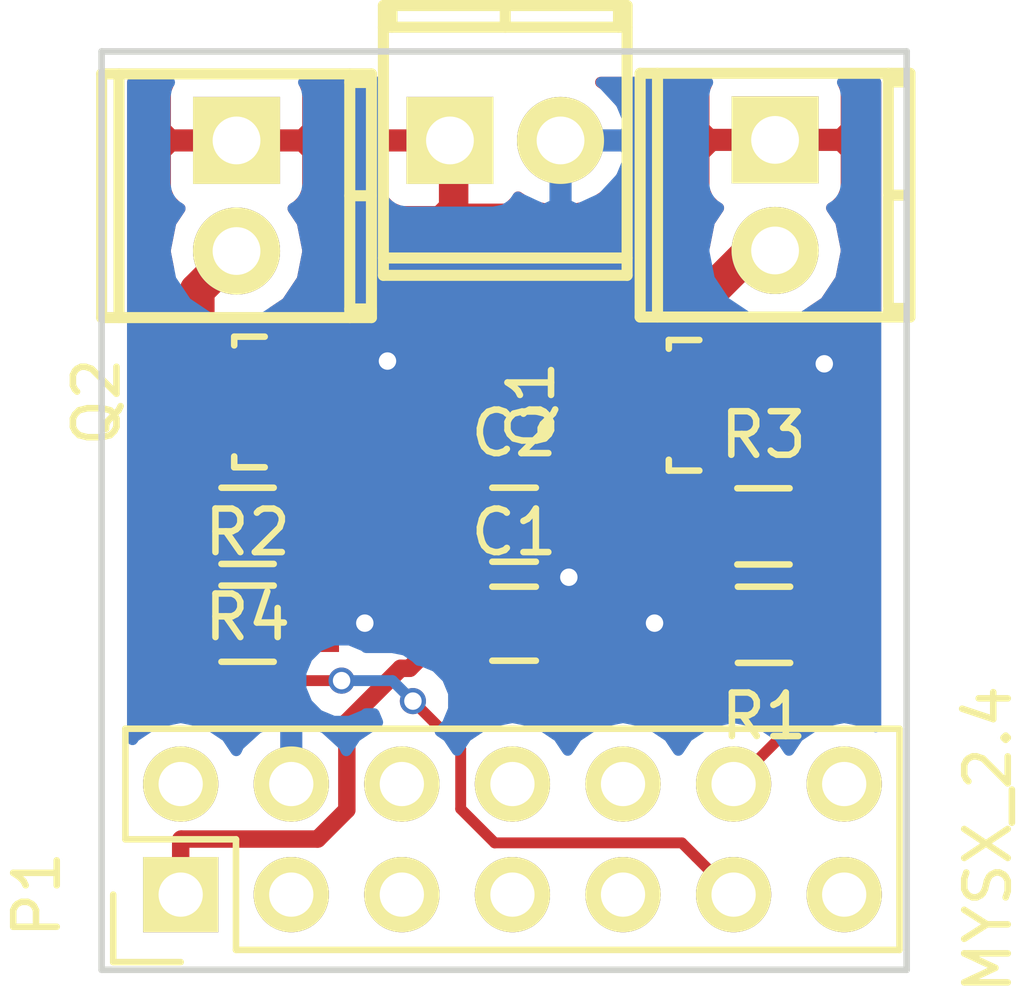
<source format=kicad_pcb>
(kicad_pcb (version 20170123) (host pcbnew no-vcs-found-7664~57~ubuntu16.10.1)

  (general
    (links 20)
    (no_connects 0)
    (area 133.24144 100.4094 157.6038 126.958301)
    (thickness 1.6)
    (drawings 4)
    (tracks 63)
    (zones 0)
    (modules 12)
    (nets 19)
  )

  (page A4)
  (layers
    (0 F.Cu signal)
    (31 B.Cu signal)
    (32 B.Adhes user hide)
    (33 F.Adhes user hide)
    (34 B.Paste user hide)
    (35 F.Paste user hide)
    (36 B.SilkS user)
    (37 F.SilkS user)
    (38 B.Mask user hide)
    (39 F.Mask user hide)
    (40 Dwgs.User user hide)
    (41 Cmts.User user hide)
    (42 Eco1.User user hide)
    (43 Eco2.User user hide)
    (44 Edge.Cuts user)
    (45 Margin user hide)
    (46 B.CrtYd user)
    (47 F.CrtYd user)
    (48 B.Fab user)
    (49 F.Fab user)
  )

  (setup
    (last_trace_width 0.25)
    (trace_clearance 0.2)
    (zone_clearance 0.508)
    (zone_45_only no)
    (trace_min 0.2)
    (segment_width 0.2)
    (edge_width 0.15)
    (via_size 0.6)
    (via_drill 0.4)
    (via_min_size 0.4)
    (via_min_drill 0.3)
    (uvia_size 0.3)
    (uvia_drill 0.1)
    (uvias_allowed no)
    (uvia_min_size 0)
    (uvia_min_drill 0)
    (pcb_text_width 0.3)
    (pcb_text_size 1.5 1.5)
    (mod_edge_width 0.15)
    (mod_text_size 1 1)
    (mod_text_width 0.15)
    (pad_size 1.524 1.524)
    (pad_drill 0.762)
    (pad_to_mask_clearance 0.2)
    (aux_axis_origin 0 0)
    (visible_elements FFFFFF7F)
    (pcbplotparams
      (layerselection 0x010f0_ffffffff)
      (usegerberextensions false)
      (excludeedgelayer true)
      (linewidth 0.100000)
      (plotframeref false)
      (viasonmask false)
      (mode 1)
      (useauxorigin false)
      (hpglpennumber 1)
      (hpglpenspeed 20)
      (hpglpendiameter 15)
      (psnegative false)
      (psa4output false)
      (plotreference true)
      (plotvalue true)
      (plotinvisibletext false)
      (padsonsilk false)
      (subtractmaskfromsilk false)
      (outputformat 1)
      (mirror false)
      (drillshape 0)
      (scaleselection 1)
      (outputdirectory Manufacturing/))
  )

  (net 0 "")
  (net 1 "Net-(P1-Pad14)")
  (net 2 "Net-(P1-Pad13)")
  (net 3 "Net-(P1-Pad12)")
  (net 4 "Net-(P1-Pad11)")
  (net 5 "Net-(P1-Pad9)")
  (net 6 "Net-(P1-Pad2)")
  (net 7 "Net-(P1-Pad3)")
  (net 8 "Net-(P1-Pad5)")
  (net 9 "Net-(P1-Pad6)")
  (net 10 "Net-(P1-Pad7)")
  (net 11 "Net-(P1-Pad8)")
  (net 12 +12V)
  (net 13 GND)
  (net 14 "Net-(P3-Pad2)")
  (net 15 "Net-(P4-Pad2)")
  (net 16 "Net-(P1-Pad10)")
  (net 17 "Net-(Q1-Pad1)")
  (net 18 "Net-(Q2-Pad1)")

  (net_class Default "This is the default net class."
    (clearance 0.2)
    (trace_width 0.25)
    (via_dia 0.6)
    (via_drill 0.4)
    (uvia_dia 0.3)
    (uvia_drill 0.1)
    (add_net "Net-(P1-Pad10)")
    (add_net "Net-(P1-Pad11)")
    (add_net "Net-(P1-Pad12)")
    (add_net "Net-(P1-Pad13)")
    (add_net "Net-(P1-Pad14)")
    (add_net "Net-(P1-Pad2)")
    (add_net "Net-(P1-Pad3)")
    (add_net "Net-(P1-Pad5)")
    (add_net "Net-(P1-Pad6)")
    (add_net "Net-(P1-Pad7)")
    (add_net "Net-(P1-Pad8)")
    (add_net "Net-(P1-Pad9)")
    (add_net "Net-(Q1-Pad1)")
    (add_net "Net-(Q2-Pad1)")
  )

  (net_class Power ""
    (clearance 0.2)
    (trace_width 0.4)
    (via_dia 0.6)
    (via_drill 0.4)
    (uvia_dia 0.3)
    (uvia_drill 0.1)
    (add_net +12V)
    (add_net GND)
    (add_net "Net-(P3-Pad2)")
    (add_net "Net-(P4-Pad2)")
  )

  (module Resistors_SMD:R_0805_HandSoldering (layer F.Cu) (tedit 58A81B69) (tstamp 56C0C8FB)
    (at 139.3698 117.9703)
    (descr "Resistor SMD 0805, hand soldering")
    (tags "resistor 0805")
    (path /56C0C8D8)
    (attr smd)
    (fp_text reference R2 (at 0 -2.1) (layer F.SilkS)
      (effects (font (size 1 1) (thickness 0.15)))
    )
    (fp_text value 100k (at 0 2.1) (layer F.Fab)
      (effects (font (size 1 1) (thickness 0.15)))
    )
    (fp_line (start -2.4 -1) (end 2.4 -1) (layer F.CrtYd) (width 0.05))
    (fp_line (start -2.4 1) (end 2.4 1) (layer F.CrtYd) (width 0.05))
    (fp_line (start -2.4 -1) (end -2.4 1) (layer F.CrtYd) (width 0.05))
    (fp_line (start 2.4 -1) (end 2.4 1) (layer F.CrtYd) (width 0.05))
    (fp_line (start 0.6 0.875) (end -0.6 0.875) (layer F.SilkS) (width 0.15))
    (fp_line (start -0.6 -0.875) (end 0.6 -0.875) (layer F.SilkS) (width 0.15))
    (pad 1 smd rect (at -1.35 0) (size 1.5 1.3) (layers F.Cu F.Paste F.Mask)
      (net 4 "Net-(P1-Pad11)"))
    (pad 2 smd rect (at 1.35 0) (size 1.5 1.3) (layers F.Cu F.Paste F.Mask)
      (net 13 GND))
    (model Resistors_SMD.3dshapes/R_0805_HandSoldering.wrl
      (at (xyz 0 0 0))
      (scale (xyz 1 1 1))
      (rotate (xyz 0 0 0))
    )
  )

  (module Resistors_SMD:R_0805_HandSoldering (layer F.Cu) (tedit 54189DEE) (tstamp 56C0C8F5)
    (at 151.2316 117.9957 180)
    (descr "Resistor SMD 0805, hand soldering")
    (tags "resistor 0805")
    (path /56C0C807)
    (attr smd)
    (fp_text reference R1 (at 0 -2.1 180) (layer F.SilkS)
      (effects (font (size 1 1) (thickness 0.15)))
    )
    (fp_text value 100k (at 0 2.1 180) (layer F.Fab)
      (effects (font (size 1 1) (thickness 0.15)))
    )
    (fp_line (start -2.4 -1) (end 2.4 -1) (layer F.CrtYd) (width 0.05))
    (fp_line (start -2.4 1) (end 2.4 1) (layer F.CrtYd) (width 0.05))
    (fp_line (start -2.4 -1) (end -2.4 1) (layer F.CrtYd) (width 0.05))
    (fp_line (start 2.4 -1) (end 2.4 1) (layer F.CrtYd) (width 0.05))
    (fp_line (start 0.6 0.875) (end -0.6 0.875) (layer F.SilkS) (width 0.15))
    (fp_line (start -0.6 -0.875) (end 0.6 -0.875) (layer F.SilkS) (width 0.15))
    (pad 1 smd rect (at -1.35 0 180) (size 1.5 1.3) (layers F.Cu F.Paste F.Mask)
      (net 3 "Net-(P1-Pad12)"))
    (pad 2 smd rect (at 1.35 0 180) (size 1.5 1.3) (layers F.Cu F.Paste F.Mask)
      (net 13 GND))
    (model Resistors_SMD.3dshapes/R_0805_HandSoldering.wrl
      (at (xyz 0 0 0))
      (scale (xyz 1 1 1))
      (rotate (xyz 0 0 0))
    )
  )

  (module Capacitors_SMD:C_0805_HandSoldering (layer F.Cu) (tedit 541A9B8D) (tstamp 58A81E1E)
    (at 145.4912 117.9703)
    (descr "Capacitor SMD 0805, hand soldering")
    (tags "capacitor 0805")
    (path /58A8225E)
    (attr smd)
    (fp_text reference C1 (at 0 -2.1) (layer F.SilkS)
      (effects (font (size 1 1) (thickness 0.15)))
    )
    (fp_text value C (at 0 2.1) (layer F.Fab)
      (effects (font (size 1 1) (thickness 0.15)))
    )
    (fp_line (start -0.5 0.85) (end 0.5 0.85) (layer F.SilkS) (width 0.15))
    (fp_line (start 0.5 -0.85) (end -0.5 -0.85) (layer F.SilkS) (width 0.15))
    (fp_line (start 2.3 -1) (end 2.3 1) (layer F.CrtYd) (width 0.05))
    (fp_line (start -2.3 -1) (end -2.3 1) (layer F.CrtYd) (width 0.05))
    (fp_line (start -2.3 1) (end 2.3 1) (layer F.CrtYd) (width 0.05))
    (fp_line (start -2.3 -1) (end 2.3 -1) (layer F.CrtYd) (width 0.05))
    (pad 2 smd rect (at 1.25 0) (size 1.5 1.25) (layers F.Cu F.Paste F.Mask)
      (net 13 GND))
    (pad 1 smd rect (at -1.25 0) (size 1.5 1.25) (layers F.Cu F.Paste F.Mask)
      (net 12 +12V))
    (model Capacitors_SMD.3dshapes/C_0805_HandSoldering.wrl
      (at (xyz 0 0 0))
      (scale (xyz 1 1 1))
      (rotate (xyz 0 0 0))
    )
  )

  (module Resistors_SMD:R_0805_HandSoldering (layer F.Cu) (tedit 54189DEE) (tstamp 58A81B6E)
    (at 151.2189 115.7351)
    (descr "Resistor SMD 0805, hand soldering")
    (tags "resistor 0805")
    (path /58A81ECB)
    (attr smd)
    (fp_text reference R3 (at 0 -2.1) (layer F.SilkS)
      (effects (font (size 1 1) (thickness 0.15)))
    )
    (fp_text value 27 (at 0 2.1) (layer F.Fab)
      (effects (font (size 1 1) (thickness 0.15)))
    )
    (fp_line (start -0.6 -0.875) (end 0.6 -0.875) (layer F.SilkS) (width 0.15))
    (fp_line (start 0.6 0.875) (end -0.6 0.875) (layer F.SilkS) (width 0.15))
    (fp_line (start 2.4 -1) (end 2.4 1) (layer F.CrtYd) (width 0.05))
    (fp_line (start -2.4 -1) (end -2.4 1) (layer F.CrtYd) (width 0.05))
    (fp_line (start -2.4 1) (end 2.4 1) (layer F.CrtYd) (width 0.05))
    (fp_line (start -2.4 -1) (end 2.4 -1) (layer F.CrtYd) (width 0.05))
    (pad 2 smd rect (at 1.35 0) (size 1.5 1.3) (layers F.Cu F.Paste F.Mask)
      (net 3 "Net-(P1-Pad12)"))
    (pad 1 smd rect (at -1.35 0) (size 1.5 1.3) (layers F.Cu F.Paste F.Mask)
      (net 17 "Net-(Q1-Pad1)"))
    (model Resistors_SMD.3dshapes/R_0805_HandSoldering.wrl
      (at (xyz 0 0 0))
      (scale (xyz 1 1 1))
      (rotate (xyz 0 0 0))
    )
  )

  (module Resistors_SMD:R_0805_HandSoldering (layer F.Cu) (tedit 54189DEE) (tstamp 58A81B74)
    (at 139.3698 115.7224 180)
    (descr "Resistor SMD 0805, hand soldering")
    (tags "resistor 0805")
    (path /58A81E2F)
    (attr smd)
    (fp_text reference R4 (at 0 -2.1 180) (layer F.SilkS)
      (effects (font (size 1 1) (thickness 0.15)))
    )
    (fp_text value 27 (at 0 2.1 180) (layer F.Fab)
      (effects (font (size 1 1) (thickness 0.15)))
    )
    (fp_line (start -2.4 -1) (end 2.4 -1) (layer F.CrtYd) (width 0.05))
    (fp_line (start -2.4 1) (end 2.4 1) (layer F.CrtYd) (width 0.05))
    (fp_line (start -2.4 -1) (end -2.4 1) (layer F.CrtYd) (width 0.05))
    (fp_line (start 2.4 -1) (end 2.4 1) (layer F.CrtYd) (width 0.05))
    (fp_line (start 0.6 0.875) (end -0.6 0.875) (layer F.SilkS) (width 0.15))
    (fp_line (start -0.6 -0.875) (end 0.6 -0.875) (layer F.SilkS) (width 0.15))
    (pad 1 smd rect (at -1.35 0 180) (size 1.5 1.3) (layers F.Cu F.Paste F.Mask)
      (net 18 "Net-(Q2-Pad1)"))
    (pad 2 smd rect (at 1.35 0 180) (size 1.5 1.3) (layers F.Cu F.Paste F.Mask)
      (net 4 "Net-(P1-Pad11)"))
    (model Resistors_SMD.3dshapes/R_0805_HandSoldering.wrl
      (at (xyz 0 0 0))
      (scale (xyz 1 1 1))
      (rotate (xyz 0 0 0))
    )
  )

  (module Capacitors_SMD:C_0805_HandSoldering (layer F.Cu) (tedit 541A9B8D) (tstamp 58A81E24)
    (at 145.4912 115.697)
    (descr "Capacitor SMD 0805, hand soldering")
    (tags "capacitor 0805")
    (path /58A8219F)
    (attr smd)
    (fp_text reference C2 (at 0 -2.1) (layer F.SilkS)
      (effects (font (size 1 1) (thickness 0.15)))
    )
    (fp_text value CP (at 0 2.1) (layer F.Fab)
      (effects (font (size 1 1) (thickness 0.15)))
    )
    (fp_line (start -2.3 -1) (end 2.3 -1) (layer F.CrtYd) (width 0.05))
    (fp_line (start -2.3 1) (end 2.3 1) (layer F.CrtYd) (width 0.05))
    (fp_line (start -2.3 -1) (end -2.3 1) (layer F.CrtYd) (width 0.05))
    (fp_line (start 2.3 -1) (end 2.3 1) (layer F.CrtYd) (width 0.05))
    (fp_line (start 0.5 -0.85) (end -0.5 -0.85) (layer F.SilkS) (width 0.15))
    (fp_line (start -0.5 0.85) (end 0.5 0.85) (layer F.SilkS) (width 0.15))
    (pad 1 smd rect (at -1.25 0) (size 1.5 1.25) (layers F.Cu F.Paste F.Mask)
      (net 12 +12V))
    (pad 2 smd rect (at 1.25 0) (size 1.5 1.25) (layers F.Cu F.Paste F.Mask)
      (net 13 GND))
    (model Capacitors_SMD.3dshapes/C_0805_HandSoldering.wrl
      (at (xyz 0 0 0))
      (scale (xyz 1 1 1))
      (rotate (xyz 0 0 0))
    )
  )

  (module TO_SOT_Packages_SMD:SOT-23_Handsoldering (layer F.Cu) (tedit 54E9291B) (tstamp 589B4DB0)
    (at 139.7127 112.8776 90)
    (descr "SOT-23, Handsoldering")
    (tags SOT-23)
    (path /56C06D3D)
    (attr smd)
    (fp_text reference Q2 (at 0 -3.81 90) (layer F.SilkS)
      (effects (font (size 1 1) (thickness 0.15)))
    )
    (fp_text value IRLML2502 (at 0 3.81 90) (layer F.Fab)
      (effects (font (size 1 1) (thickness 0.15)))
    )
    (fp_line (start 1.49982 -0.65024) (end 1.49982 0.0508) (layer F.SilkS) (width 0.15))
    (fp_line (start 1.29916 -0.65024) (end 1.49982 -0.65024) (layer F.SilkS) (width 0.15))
    (fp_line (start -1.49982 -0.65024) (end -1.2509 -0.65024) (layer F.SilkS) (width 0.15))
    (fp_line (start -1.49982 0.0508) (end -1.49982 -0.65024) (layer F.SilkS) (width 0.15))
    (pad 3 smd rect (at 0 -1.50114 90) (size 0.8001 1.80086) (layers F.Cu F.Paste F.Mask)
      (net 15 "Net-(P4-Pad2)"))
    (pad 2 smd rect (at 0.95 1.50114 90) (size 0.8001 1.80086) (layers F.Cu F.Paste F.Mask)
      (net 13 GND))
    (pad 1 smd rect (at -0.95 1.50114 90) (size 0.8001 1.80086) (layers F.Cu F.Paste F.Mask)
      (net 18 "Net-(Q2-Pad1)"))
    (model TO_SOT_Packages_SMD.3dshapes/SOT-23_Handsoldering.wrl
      (at (xyz 0 0 0))
      (scale (xyz 1 1 1))
      (rotate (xyz 0 0 0))
    )
  )

  (module mysensors_connectors:MYSX_2.3 (layer F.Cu) (tedit 57D06A80) (tstamp 56C06E4A)
    (at 137.8331 124.1933 90)
    (descr "Through hole pin header")
    (tags "pin header MYSX 2.3")
    (path /56C06C44)
    (fp_text reference P1 (at 0 -3.302 90) (layer F.SilkS)
      (effects (font (size 1 1) (thickness 0.15)))
    )
    (fp_text value MYSX_2.4 (at 1.27 18.542 90) (layer F.SilkS)
      (effects (font (size 1 1) (thickness 0.15)))
    )
    (fp_line (start -1.55 -1.55) (end -1.55 0) (layer F.SilkS) (width 0.15))
    (fp_line (start 1.27 1.27) (end -1.27 1.27) (layer F.SilkS) (width 0.15))
    (fp_line (start 1.27 -1.27) (end 1.27 1.27) (layer F.SilkS) (width 0.15))
    (fp_line (start 0 -1.55) (end -1.55 -1.55) (layer F.SilkS) (width 0.15))
    (fp_line (start 3.81 -1.27) (end 1.27 -1.27) (layer F.SilkS) (width 0.15))
    (fp_line (start 3.81 16.51) (end 3.81 -1.27) (layer F.SilkS) (width 0.15))
    (fp_line (start -1.27 16.51) (end 3.81 16.51) (layer F.SilkS) (width 0.15))
    (fp_line (start -1.27 1.27) (end -1.27 16.51) (layer F.SilkS) (width 0.15))
    (fp_line (start -2.54 17.78) (end 5.08 17.78) (layer F.CrtYd) (width 0.05))
    (fp_line (start -2.54 -2.54) (end 5.08 -2.54) (layer F.CrtYd) (width 0.05))
    (fp_line (start 5.08 -2.54) (end 5.08 17.78) (layer F.CrtYd) (width 0.05))
    (fp_line (start -2.54 -2.54) (end -2.54 17.78) (layer F.CrtYd) (width 0.05))
    (fp_text user 2.3 (at 2.54 -3.302 90) (layer Cmts.User)
      (effects (font (size 1 1) (thickness 0.15)))
    )
    (pad 8 thru_hole oval (at 2.54 7.62 90) (size 1.7272 1.7272) (drill 1.016) (layers *.Cu *.Mask F.SilkS)
      (net 11 "Net-(P1-Pad8)"))
    (pad 7 thru_hole oval (at 0 7.62 90) (size 1.7272 1.7272) (drill 1.016) (layers *.Cu *.Mask F.SilkS)
      (net 10 "Net-(P1-Pad7)"))
    (pad 6 thru_hole oval (at 2.54 5.08 90) (size 1.7272 1.7272) (drill 1.016) (layers *.Cu *.Mask F.SilkS)
      (net 9 "Net-(P1-Pad6)"))
    (pad 5 thru_hole oval (at 0 5.08 90) (size 1.7272 1.7272) (drill 1.016) (layers *.Cu *.Mask F.SilkS)
      (net 8 "Net-(P1-Pad5)"))
    (pad 4 thru_hole oval (at 2.54 2.54 90) (size 1.7272 1.7272) (drill 1.016) (layers *.Cu *.Mask F.SilkS)
      (net 13 GND))
    (pad 3 thru_hole oval (at 0 2.54 90) (size 1.7272 1.7272) (drill 1.016) (layers *.Cu *.Mask F.SilkS)
      (net 7 "Net-(P1-Pad3)"))
    (pad 2 thru_hole oval (at 2.54 0 90) (size 1.7272 1.7272) (drill 1.016) (layers *.Cu *.Mask F.SilkS)
      (net 6 "Net-(P1-Pad2)"))
    (pad 1 thru_hole rect (at 0 0 90) (size 1.7272 1.7272) (drill 1.016) (layers *.Cu *.Mask F.SilkS)
      (net 12 +12V))
    (pad 9 thru_hole oval (at 0 10.16 90) (size 1.7272 1.7272) (drill 1.016) (layers *.Cu *.Mask F.SilkS)
      (net 5 "Net-(P1-Pad9)"))
    (pad 10 thru_hole oval (at 2.54 10.16 90) (size 1.7272 1.7272) (drill 1.016) (layers *.Cu *.Mask F.SilkS)
      (net 16 "Net-(P1-Pad10)"))
    (pad 11 thru_hole oval (at 0 12.7 90) (size 1.7272 1.7272) (drill 1.016) (layers *.Cu *.Mask F.SilkS)
      (net 4 "Net-(P1-Pad11)"))
    (pad 12 thru_hole oval (at 2.54 12.7 90) (size 1.7272 1.7272) (drill 1.016) (layers *.Cu *.Mask F.SilkS)
      (net 3 "Net-(P1-Pad12)"))
    (pad 13 thru_hole oval (at 0 15.24 90) (size 1.7272 1.7272) (drill 1.016) (layers *.Cu *.Mask F.SilkS)
      (net 2 "Net-(P1-Pad13)"))
    (pad 14 thru_hole oval (at 2.54 15.24 90) (size 1.7272 1.7272) (drill 1.016) (layers *.Cu *.Mask F.SilkS)
      (net 1 "Net-(P1-Pad14)"))
    (model Pin_Headers.3dshapes/Pin_Header_Straight_2x07.wrl
      (at (xyz 0.05 -0.3 0))
      (scale (xyz 1 1 1))
      (rotate (xyz 0 0 90))
    )
  )

  (module mysensors_connectors:TerminalBlock2.54mmx2-kcswalter (layer F.Cu) (tedit 5585791A) (tstamp 56C0A57E)
    (at 139.1158 108.1405 90)
    (descr "2-way 2.54mm pitch terminal block, Phoenix MPT series")
    (path /56C06E7D)
    (fp_text reference P4 (at 0 -4.50088 90) (layer F.SilkS) hide
      (effects (font (thickness 0.3048)))
    )
    (fp_text value CONN_01X02 (at 0 4.50088 90) (layer F.SilkS) hide
      (effects (font (thickness 0.3048)))
    )
    (fp_line (start 2.79908 2.60096) (end -2.79908 2.60096) (layer F.SilkS) (width 0.254))
    (fp_line (start -2.60096 3.0988) (end -2.60096 2.60096) (layer F.SilkS) (width 0.254))
    (fp_line (start 2.60096 2.60096) (end 2.60096 3.0988) (layer F.SilkS) (width 0.254))
    (fp_line (start 0 3.0988) (end 0 2.60096) (layer F.SilkS) (width 0.254))
    (fp_line (start -2.79908 -2.70002) (end 2.79908 -2.70002) (layer F.SilkS) (width 0.254))
    (fp_line (start -2.79908 3.0988) (end 2.79908 3.0988) (layer F.SilkS) (width 0.254))
    (fp_line (start 2.79908 3.0988) (end 2.79908 -3.0988) (layer F.SilkS) (width 0.254))
    (fp_line (start 2.79908 -3.0988) (end -2.79908 -3.0988) (layer F.SilkS) (width 0.254))
    (fp_line (start -2.79908 -3.0988) (end -2.79908 3.0988) (layer F.SilkS) (width 0.254))
    (pad 2 thru_hole oval (at -1.27 0 90) (size 1.99898 1.99898) (drill 1.09728) (layers *.Cu *.Mask F.SilkS)
      (net 15 "Net-(P4-Pad2)"))
    (pad 1 thru_hole rect (at 1.27 0 90) (size 1.99898 1.99898) (drill 1.09728) (layers *.Cu *.Mask F.SilkS)
      (net 12 +12V))
    (model mysensors.3dshapes/w.lain.3dshapes/conn_mpt/mpt_0,5-2-2,54.wrl
      (at (xyz 0 0 0))
      (scale (xyz 1 1 1))
      (rotate (xyz 0 0 0))
    )
  )

  (module mysensors_connectors:TerminalBlock2.54mmx2-kcswalter (layer F.Cu) (tedit 5585791A) (tstamp 56C0A646)
    (at 145.288 106.8705 180)
    (descr "2-way 2.54mm pitch terminal block, Phoenix MPT series")
    (path /56C06F52)
    (fp_text reference P2 (at 0 -4.50088 180) (layer F.SilkS) hide
      (effects (font (thickness 0.3048)))
    )
    (fp_text value CONN_01X02 (at 0 4.50088 180) (layer F.SilkS) hide
      (effects (font (thickness 0.3048)))
    )
    (fp_line (start 2.79908 2.60096) (end -2.79908 2.60096) (layer F.SilkS) (width 0.254))
    (fp_line (start -2.60096 3.0988) (end -2.60096 2.60096) (layer F.SilkS) (width 0.254))
    (fp_line (start 2.60096 2.60096) (end 2.60096 3.0988) (layer F.SilkS) (width 0.254))
    (fp_line (start 0 3.0988) (end 0 2.60096) (layer F.SilkS) (width 0.254))
    (fp_line (start -2.79908 -2.70002) (end 2.79908 -2.70002) (layer F.SilkS) (width 0.254))
    (fp_line (start -2.79908 3.0988) (end 2.79908 3.0988) (layer F.SilkS) (width 0.254))
    (fp_line (start 2.79908 3.0988) (end 2.79908 -3.0988) (layer F.SilkS) (width 0.254))
    (fp_line (start 2.79908 -3.0988) (end -2.79908 -3.0988) (layer F.SilkS) (width 0.254))
    (fp_line (start -2.79908 -3.0988) (end -2.79908 3.0988) (layer F.SilkS) (width 0.254))
    (pad 2 thru_hole oval (at -1.27 0 180) (size 1.99898 1.99898) (drill 1.09728) (layers *.Cu *.Mask F.SilkS)
      (net 13 GND))
    (pad 1 thru_hole rect (at 1.27 0 180) (size 1.99898 1.99898) (drill 1.09728) (layers *.Cu *.Mask F.SilkS)
      (net 12 +12V))
    (model mysensors.3dshapes/w.lain.3dshapes/conn_mpt/mpt_0,5-2-2,54.wrl
      (at (xyz 0 0 0))
      (scale (xyz 1 1 1))
      (rotate (xyz 0 0 0))
    )
  )

  (module mysensors_connectors:TerminalBlock2.54mmx2-kcswalter (layer F.Cu) (tedit 5585791A) (tstamp 56C0A64C)
    (at 151.4856 108.1278 90)
    (descr "2-way 2.54mm pitch terminal block, Phoenix MPT series")
    (path /56C06E21)
    (fp_text reference P3 (at 0 -4.50088 90) (layer F.SilkS) hide
      (effects (font (thickness 0.3048)))
    )
    (fp_text value CONN_01X02 (at 0 4.50088 90) (layer F.SilkS) hide
      (effects (font (thickness 0.3048)))
    )
    (fp_line (start 2.79908 2.60096) (end -2.79908 2.60096) (layer F.SilkS) (width 0.254))
    (fp_line (start -2.60096 3.0988) (end -2.60096 2.60096) (layer F.SilkS) (width 0.254))
    (fp_line (start 2.60096 2.60096) (end 2.60096 3.0988) (layer F.SilkS) (width 0.254))
    (fp_line (start 0 3.0988) (end 0 2.60096) (layer F.SilkS) (width 0.254))
    (fp_line (start -2.79908 -2.70002) (end 2.79908 -2.70002) (layer F.SilkS) (width 0.254))
    (fp_line (start -2.79908 3.0988) (end 2.79908 3.0988) (layer F.SilkS) (width 0.254))
    (fp_line (start 2.79908 3.0988) (end 2.79908 -3.0988) (layer F.SilkS) (width 0.254))
    (fp_line (start 2.79908 -3.0988) (end -2.79908 -3.0988) (layer F.SilkS) (width 0.254))
    (fp_line (start -2.79908 -3.0988) (end -2.79908 3.0988) (layer F.SilkS) (width 0.254))
    (pad 2 thru_hole oval (at -1.27 0 90) (size 1.99898 1.99898) (drill 1.09728) (layers *.Cu *.Mask F.SilkS)
      (net 14 "Net-(P3-Pad2)"))
    (pad 1 thru_hole rect (at 1.27 0 90) (size 1.99898 1.99898) (drill 1.09728) (layers *.Cu *.Mask F.SilkS)
      (net 12 +12V))
    (model mysensors.3dshapes/w.lain.3dshapes/conn_mpt/mpt_0,5-2-2,54.wrl
      (at (xyz 0 0 0))
      (scale (xyz 1 1 1))
      (rotate (xyz 0 0 0))
    )
  )

  (module TO_SOT_Packages_SMD:SOT-23_Handsoldering (layer F.Cu) (tedit 54E9291B) (tstamp 589B4DA9)
    (at 149.6949 112.9538 90)
    (descr "SOT-23, Handsoldering")
    (tags SOT-23)
    (path /56C06C94)
    (attr smd)
    (fp_text reference Q1 (at 0 -3.81 90) (layer F.SilkS)
      (effects (font (size 1 1) (thickness 0.15)))
    )
    (fp_text value IRLML2502 (at 0 3.81 90) (layer F.Fab)
      (effects (font (size 1 1) (thickness 0.15)))
    )
    (fp_line (start -1.49982 0.0508) (end -1.49982 -0.65024) (layer F.SilkS) (width 0.15))
    (fp_line (start -1.49982 -0.65024) (end -1.2509 -0.65024) (layer F.SilkS) (width 0.15))
    (fp_line (start 1.29916 -0.65024) (end 1.49982 -0.65024) (layer F.SilkS) (width 0.15))
    (fp_line (start 1.49982 -0.65024) (end 1.49982 0.0508) (layer F.SilkS) (width 0.15))
    (pad 1 smd rect (at -0.95 1.50114 90) (size 0.8001 1.80086) (layers F.Cu F.Paste F.Mask)
      (net 17 "Net-(Q1-Pad1)"))
    (pad 2 smd rect (at 0.95 1.50114 90) (size 0.8001 1.80086) (layers F.Cu F.Paste F.Mask)
      (net 13 GND))
    (pad 3 smd rect (at 0 -1.50114 90) (size 0.8001 1.80086) (layers F.Cu F.Paste F.Mask)
      (net 14 "Net-(P3-Pad2)"))
    (model TO_SOT_Packages_SMD.3dshapes/SOT-23_Handsoldering.wrl
      (at (xyz 0 0 0))
      (scale (xyz 1 1 1))
      (rotate (xyz 0 0 0))
    )
  )

  (gr_line (start 154.5082 104.8258) (end 136.017 104.8258) (layer Edge.Cuts) (width 0.15))
  (gr_line (start 136.017 104.8258) (end 136.017 125.9205) (layer Edge.Cuts) (width 0.15))
  (gr_line (start 154.5082 125.9205) (end 154.5082 104.8258) (layer Edge.Cuts) (width 0.15))
  (gr_line (start 136.017 125.9205) (end 154.5082 125.9205) (layer Edge.Cuts) (width 0.15))

  (segment (start 152.5689 115.7351) (end 152.5689 117.983) (width 0.25) (layer F.Cu) (net 3))
  (segment (start 152.5689 117.983) (end 152.5816 117.9957) (width 0.25) (layer F.Cu) (net 3))
  (segment (start 150.5331 121.6533) (end 152.5816 119.6048) (width 0.25) (layer F.Cu) (net 3))
  (segment (start 152.5816 119.6048) (end 152.5816 117.9957) (width 0.25) (layer F.Cu) (net 3))
  (segment (start 151.003 121.1834) (end 150.5331 121.6533) (width 0.25) (layer F.Cu) (net 3))
  (segment (start 143.1671 119.7483) (end 144.264499 120.845699) (width 0.25) (layer F.Cu) (net 4))
  (segment (start 144.264499 120.845699) (end 144.264499 122.223829) (width 0.25) (layer F.Cu) (net 4))
  (segment (start 149.344499 123.004699) (end 149.669501 123.329701) (width 0.25) (layer F.Cu) (net 4))
  (segment (start 144.264499 122.223829) (end 145.045369 123.004699) (width 0.25) (layer F.Cu) (net 4))
  (segment (start 145.045369 123.004699) (end 149.344499 123.004699) (width 0.25) (layer F.Cu) (net 4))
  (segment (start 149.669501 123.329701) (end 150.5331 124.1933) (width 0.25) (layer F.Cu) (net 4))
  (segment (start 141.5288 119.2784) (end 142.6972 119.2784) (width 0.25) (layer B.Cu) (net 4))
  (segment (start 142.6972 119.2784) (end 143.1671 119.7483) (width 0.25) (layer B.Cu) (net 4))
  (via (at 143.1671 119.7483) (size 0.6) (drill 0.4) (layers F.Cu B.Cu) (net 4))
  (segment (start 138.1198 117.9703) (end 139.4279 119.2784) (width 0.25) (layer F.Cu) (net 4))
  (segment (start 139.4279 119.2784) (end 141.5288 119.2784) (width 0.25) (layer F.Cu) (net 4))
  (via (at 141.5288 119.2784) (size 0.6) (drill 0.4) (layers F.Cu B.Cu) (net 4))
  (segment (start 138.0198 115.7224) (end 138.0198 117.9703) (width 0.25) (layer F.Cu) (net 4))
  (segment (start 138.0198 117.9703) (end 138.1198 117.9703) (width 0.25) (layer F.Cu) (net 4))
  (segment (start 144.2412 108.5215) (end 144.2412 107.0937) (width 0.4) (layer F.Cu) (net 12))
  (segment (start 144.2412 115.697) (end 144.2412 108.5215) (width 0.4) (layer F.Cu) (net 12))
  (segment (start 144.2412 108.5215) (end 148.42241 108.5215) (width 0.4) (layer F.Cu) (net 12))
  (segment (start 148.42241 108.5215) (end 150.08611 106.8578) (width 0.4) (layer F.Cu) (net 12))
  (segment (start 150.08611 106.8578) (end 151.4856 106.8578) (width 0.4) (layer F.Cu) (net 12))
  (segment (start 144.018 106.8705) (end 139.1158 106.8705) (width 0.4) (layer F.Cu) (net 12))
  (segment (start 142.884098 118.9953) (end 143.0912 118.9953) (width 0.4) (layer F.Cu) (net 12))
  (segment (start 144.1162 117.9703) (end 144.2412 117.9703) (width 0.4) (layer F.Cu) (net 12))
  (segment (start 141.649499 120.229899) (end 142.884098 118.9953) (width 0.4) (layer F.Cu) (net 12))
  (segment (start 141.649499 122.247031) (end 141.649499 120.229899) (width 0.4) (layer F.Cu) (net 12))
  (segment (start 140.979629 122.916901) (end 141.649499 122.247031) (width 0.4) (layer F.Cu) (net 12))
  (segment (start 143.0912 118.9953) (end 144.1162 117.9703) (width 0.4) (layer F.Cu) (net 12))
  (segment (start 137.8331 122.9297) (end 137.845899 122.916901) (width 0.4) (layer F.Cu) (net 12))
  (segment (start 137.8331 124.1933) (end 137.8331 122.9297) (width 0.4) (layer F.Cu) (net 12))
  (segment (start 137.845899 122.916901) (end 140.979629 122.916901) (width 0.4) (layer F.Cu) (net 12))
  (segment (start 144.2412 107.0937) (end 144.018 106.8705) (width 0.4) (layer F.Cu) (net 12))
  (segment (start 144.2412 115.697) (end 144.2412 117.9703) (width 0.4) (layer F.Cu) (net 12))
  (segment (start 146.7412 115.697) (end 146.7412 116.8962) (width 0.4) (layer F.Cu) (net 13))
  (segment (start 146.7412 116.8962) (end 146.7485 116.9035) (width 0.4) (layer F.Cu) (net 13))
  (segment (start 146.7412 117.9703) (end 146.7412 116.9108) (width 0.4) (layer F.Cu) (net 13))
  (segment (start 146.7412 116.9108) (end 146.7485 116.9035) (width 0.4) (layer F.Cu) (net 13))
  (via (at 146.7485 116.9035) (size 0.6) (drill 0.4) (layers F.Cu B.Cu) (net 13))
  (segment (start 149.8816 117.9957) (end 148.7551 117.9957) (width 0.4) (layer F.Cu) (net 13))
  (segment (start 148.7551 117.9957) (end 148.717 117.9576) (width 0.4) (layer F.Cu) (net 13))
  (via (at 148.717 117.9576) (size 0.6) (drill 0.4) (layers F.Cu B.Cu) (net 13))
  (segment (start 140.7198 117.9703) (end 142.0495 117.9703) (width 0.4) (layer F.Cu) (net 13))
  (segment (start 142.0495 117.9703) (end 142.0622 117.9576) (width 0.4) (layer F.Cu) (net 13))
  (via (at 142.0622 117.9576) (size 0.6) (drill 0.4) (layers F.Cu B.Cu) (net 13))
  (segment (start 141.21384 111.9276) (end 142.5727 111.9276) (width 0.4) (layer F.Cu) (net 13))
  (segment (start 142.5727 111.9276) (end 142.5829 111.9378) (width 0.4) (layer F.Cu) (net 13))
  (via (at 142.5829 111.9378) (size 0.6) (drill 0.4) (layers F.Cu B.Cu) (net 13))
  (segment (start 151.19604 112.0038) (end 152.6134 112.0038) (width 0.4) (layer F.Cu) (net 13))
  (segment (start 152.6134 112.0038) (end 152.6159 112.0013) (width 0.4) (layer F.Cu) (net 13))
  (via (at 152.6159 112.0013) (size 0.6) (drill 0.4) (layers F.Cu B.Cu) (net 13))
  (segment (start 148.19376 112.9538) (end 148.19376 112.15375) (width 0.8) (layer F.Cu) (net 14))
  (segment (start 148.19376 112.15375) (end 150.94971 109.3978) (width 0.8) (layer F.Cu) (net 14))
  (segment (start 150.94971 109.3978) (end 151.4856 109.3978) (width 0.8) (layer F.Cu) (net 14))
  (segment (start 138.21156 112.8776) (end 138.21156 110.31474) (width 0.8) (layer F.Cu) (net 15))
  (segment (start 138.21156 110.31474) (end 139.1158 109.4105) (width 0.8) (layer F.Cu) (net 15))
  (segment (start 149.8689 115.7351) (end 149.8689 115.23094) (width 0.25) (layer F.Cu) (net 17))
  (segment (start 149.8689 115.23094) (end 151.19604 113.9038) (width 0.25) (layer F.Cu) (net 17))
  (segment (start 141.21384 113.8276) (end 141.21384 115.22836) (width 0.25) (layer F.Cu) (net 18))
  (segment (start 141.21384 115.22836) (end 140.7198 115.7224) (width 0.25) (layer F.Cu) (net 18))
  (segment (start 140.7198 115.7224) (end 140.6198 115.7224) (width 0.25) (layer F.Cu) (net 18))

  (zone (net 13) (net_name GND) (layer B.Cu) (tstamp 0) (hatch edge 0.508)
    (connect_pads (clearance 0.508))
    (min_thickness 0.254)
    (fill yes (arc_segments 16) (thermal_gap 0.508) (thermal_bridge_width 0.508))
    (polygon
      (pts
        (xy 136.0551 104.8639) (xy 154.686 104.8639) (xy 154.6098 125.7173) (xy 136.144 126.111)
      )
    )
    (filled_polygon
      (pts
        (xy 137.518153 105.623245) (xy 137.46887 105.87101) (xy 137.46887 107.86999) (xy 137.518153 108.117755) (xy 137.658501 108.327799)
        (xy 137.818427 108.434659) (xy 137.605728 108.752986) (xy 137.48131 109.378478) (xy 137.48131 109.442522) (xy 137.605728 110.068014)
        (xy 137.960041 110.598281) (xy 138.490308 110.952594) (xy 139.1158 111.077012) (xy 139.741292 110.952594) (xy 140.271559 110.598281)
        (xy 140.625872 110.068014) (xy 140.75029 109.442522) (xy 140.75029 109.378478) (xy 140.625872 108.752986) (xy 140.413173 108.434659)
        (xy 140.573099 108.327799) (xy 140.713447 108.117755) (xy 140.76273 107.86999) (xy 140.76273 105.87101) (xy 140.713447 105.623245)
        (xy 140.655018 105.5358) (xy 142.478782 105.5358) (xy 142.420353 105.623245) (xy 142.37107 105.87101) (xy 142.37107 107.86999)
        (xy 142.420353 108.117755) (xy 142.560701 108.327799) (xy 142.770745 108.468147) (xy 143.01851 108.51743) (xy 145.01749 108.51743)
        (xy 145.265255 108.468147) (xy 145.475299 108.327799) (xy 145.578942 108.172687) (xy 145.598274 108.193568) (xy 146.177645 108.460127)
        (xy 146.431 108.341307) (xy 146.431 106.9975) (xy 146.685 106.9975) (xy 146.685 108.341307) (xy 146.938355 108.460127)
        (xy 147.517726 108.193568) (xy 147.950987 107.725584) (xy 148.147619 107.250854) (xy 148.028265 106.9975) (xy 146.685 106.9975)
        (xy 146.431 106.9975) (xy 146.411 106.9975) (xy 146.411 106.7435) (xy 146.431 106.7435) (xy 146.431 106.7235)
        (xy 146.685 106.7235) (xy 146.685 106.7435) (xy 148.028265 106.7435) (xy 148.147619 106.490146) (xy 147.950987 106.015416)
        (xy 147.517726 105.547432) (xy 147.492444 105.5358) (xy 149.937896 105.5358) (xy 149.887953 105.610545) (xy 149.83867 105.85831)
        (xy 149.83867 107.85729) (xy 149.887953 108.105055) (xy 150.028301 108.315099) (xy 150.188227 108.421959) (xy 149.975528 108.740286)
        (xy 149.85111 109.365778) (xy 149.85111 109.429822) (xy 149.975528 110.055314) (xy 150.329841 110.585581) (xy 150.860108 110.939894)
        (xy 151.4856 111.064312) (xy 152.111092 110.939894) (xy 152.641359 110.585581) (xy 152.995672 110.055314) (xy 153.12009 109.429822)
        (xy 153.12009 109.365778) (xy 152.995672 108.740286) (xy 152.782973 108.421959) (xy 152.942899 108.315099) (xy 153.083247 108.105055)
        (xy 153.13253 107.85729) (xy 153.13253 105.85831) (xy 153.083247 105.610545) (xy 153.033304 105.5358) (xy 153.7982 105.5358)
        (xy 153.7982 120.340718) (xy 153.646589 120.239415) (xy 153.0731 120.125341) (xy 152.499611 120.239415) (xy 152.01343 120.564271)
        (xy 151.8031 120.879052) (xy 151.59277 120.564271) (xy 151.106589 120.239415) (xy 150.5331 120.125341) (xy 149.959611 120.239415)
        (xy 149.47343 120.564271) (xy 149.2631 120.879052) (xy 149.05277 120.564271) (xy 148.566589 120.239415) (xy 147.9931 120.125341)
        (xy 147.419611 120.239415) (xy 146.93343 120.564271) (xy 146.7231 120.879052) (xy 146.51277 120.564271) (xy 146.026589 120.239415)
        (xy 145.4531 120.125341) (xy 144.879611 120.239415) (xy 144.39343 120.564271) (xy 144.1831 120.879052) (xy 143.97277 120.564271)
        (xy 143.793286 120.444344) (xy 143.959292 120.278627) (xy 144.101938 119.935099) (xy 144.102262 119.563133) (xy 143.960217 119.219357)
        (xy 143.697427 118.956108) (xy 143.353899 118.813462) (xy 143.307023 118.813421) (xy 143.234601 118.740999) (xy 142.988039 118.576252)
        (xy 142.6972 118.5184) (xy 142.091263 118.5184) (xy 142.059127 118.486208) (xy 141.715599 118.343562) (xy 141.343633 118.343238)
        (xy 140.999857 118.485283) (xy 140.736608 118.748073) (xy 140.593962 119.091601) (xy 140.593638 119.463567) (xy 140.735683 119.807343)
        (xy 140.998473 120.070592) (xy 141.342001 120.213238) (xy 141.713967 120.213562) (xy 142.057743 120.071517) (xy 142.090918 120.0384)
        (xy 142.275295 120.0384) (xy 142.356929 120.23597) (xy 142.339611 120.239415) (xy 141.85343 120.564271) (xy 141.637436 120.887528)
        (xy 141.579921 120.76481) (xy 141.148047 120.370612) (xy 140.732126 120.198342) (xy 140.5001 120.319483) (xy 140.5001 121.5263)
        (xy 140.5201 121.5263) (xy 140.5201 121.7803) (xy 140.5001 121.7803) (xy 140.5001 121.8003) (xy 140.2461 121.8003)
        (xy 140.2461 121.7803) (xy 140.2261 121.7803) (xy 140.2261 121.5263) (xy 140.2461 121.5263) (xy 140.2461 120.319483)
        (xy 140.014074 120.198342) (xy 139.598153 120.370612) (xy 139.166279 120.76481) (xy 139.108764 120.887528) (xy 138.89277 120.564271)
        (xy 138.406589 120.239415) (xy 137.8331 120.125341) (xy 137.259611 120.239415) (xy 136.77343 120.564271) (xy 136.727 120.633758)
        (xy 136.727 105.5358) (xy 137.576582 105.5358)
      )
    )
  )
  (zone (net 12) (net_name +12V) (layer F.Cu) (tstamp 0) (hatch edge 0.508)
    (connect_pads (clearance 0.508))
    (min_thickness 0.254)
    (fill yes (arc_segments 16) (thermal_gap 0.508) (thermal_bridge_width 0.508))
    (polygon
      (pts
        (xy 136.017 110.9345) (xy 154.5082 110.9345) (xy 154.4701 104.8512) (xy 136.0297 104.902)
      )
    )
    (filled_polygon
      (pts
        (xy 137.48131 105.744701) (xy 137.48131 106.58475) (xy 137.64006 106.7435) (xy 138.9888 106.7435) (xy 138.9888 106.7235)
        (xy 139.2428 106.7235) (xy 139.2428 106.7435) (xy 140.59154 106.7435) (xy 140.75029 106.58475) (xy 140.75029 105.744701)
        (xy 140.66376 105.5358) (xy 142.470039 105.5358) (xy 142.38351 105.7447) (xy 142.38351 106.58475) (xy 142.54226 106.7435)
        (xy 143.891 106.7435) (xy 143.891 106.7235) (xy 144.145 106.7235) (xy 144.145 106.7435) (xy 144.165 106.7435)
        (xy 144.165 106.9975) (xy 144.145 106.9975) (xy 144.145 108.34624) (xy 144.30375 108.50499) (xy 145.143799 108.50499)
        (xy 145.377188 108.408317) (xy 145.555817 108.229689) (xy 145.581582 108.167487) (xy 145.900486 108.380572) (xy 146.525978 108.50499)
        (xy 146.590022 108.50499) (xy 147.215514 108.380572) (xy 147.745781 108.026259) (xy 148.100094 107.495992) (xy 148.224512 106.8705)
        (xy 148.100094 106.245008) (xy 147.745781 105.714741) (xy 147.477977 105.5358) (xy 149.932379 105.5358) (xy 149.85111 105.732001)
        (xy 149.85111 106.57205) (xy 150.00986 106.7308) (xy 151.3586 106.7308) (xy 151.3586 106.7108) (xy 151.6126 106.7108)
        (xy 151.6126 106.7308) (xy 152.96134 106.7308) (xy 153.12009 106.57205) (xy 153.12009 105.732001) (xy 153.038821 105.5358)
        (xy 153.7982 105.5358) (xy 153.7982 110.8075) (xy 152.309234 110.8075) (xy 152.641359 110.585581) (xy 152.995672 110.055314)
        (xy 153.12009 109.429822) (xy 153.12009 109.365778) (xy 152.995672 108.740286) (xy 152.782587 108.421382) (xy 152.844789 108.395617)
        (xy 153.023417 108.216988) (xy 153.12009 107.983599) (xy 153.12009 107.14355) (xy 152.96134 106.9848) (xy 151.6126 106.9848)
        (xy 151.6126 107.0048) (xy 151.3586 107.0048) (xy 151.3586 106.9848) (xy 150.00986 106.9848) (xy 149.85111 107.14355)
        (xy 149.85111 107.983599) (xy 149.947783 108.216988) (xy 150.126411 108.395617) (xy 150.188613 108.421382) (xy 149.975528 108.740286)
        (xy 149.863586 109.303056) (xy 148.359142 110.8075) (xy 139.958441 110.8075) (xy 140.271559 110.598281) (xy 140.625872 110.068014)
        (xy 140.75029 109.442522) (xy 140.75029 109.378478) (xy 140.625872 108.752986) (xy 140.412787 108.434082) (xy 140.474989 108.408317)
        (xy 140.653617 108.229688) (xy 140.75029 107.996299) (xy 140.75029 107.15625) (xy 142.38351 107.15625) (xy 142.38351 107.9963)
        (xy 142.480183 108.229689) (xy 142.658812 108.408317) (xy 142.892201 108.50499) (xy 143.73225 108.50499) (xy 143.891 108.34624)
        (xy 143.891 106.9975) (xy 142.54226 106.9975) (xy 142.38351 107.15625) (xy 140.75029 107.15625) (xy 140.59154 106.9975)
        (xy 139.2428 106.9975) (xy 139.2428 107.0175) (xy 138.9888 107.0175) (xy 138.9888 106.9975) (xy 137.64006 106.9975)
        (xy 137.48131 107.15625) (xy 137.48131 107.996299) (xy 137.577983 108.229688) (xy 137.756611 108.408317) (xy 137.818813 108.434082)
        (xy 137.605728 108.752986) (xy 137.48131 109.378478) (xy 137.48131 109.442522) (xy 137.556576 109.820911) (xy 137.440121 109.995199)
        (xy 137.37656 110.31474) (xy 137.37656 110.8075) (xy 136.727 110.8075) (xy 136.727 105.5358) (xy 137.56784 105.5358)
      )
    )
  )
)

</source>
